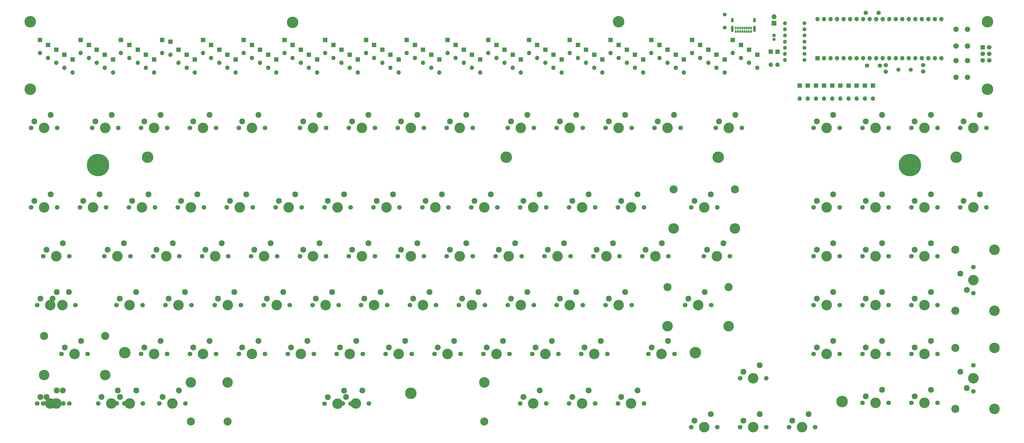
<source format=gbr>
%TF.GenerationSoftware,KiCad,Pcbnew,(5.1.6)-1*%
%TF.CreationDate,2020-06-23T22:52:40-07:00*%
%TF.ProjectId,factorium,66616374-6f72-4697-956d-2e6b69636164,rev?*%
%TF.SameCoordinates,Original*%
%TF.FileFunction,Soldermask,Bot*%
%TF.FilePolarity,Negative*%
%FSLAX46Y46*%
G04 Gerber Fmt 4.6, Leading zero omitted, Abs format (unit mm)*
G04 Created by KiCad (PCBNEW (5.1.6)-1) date 2020-06-23 22:52:40*
%MOMM*%
%LPD*%
G01*
G04 APERTURE LIST*
%ADD10C,8.700000*%
%ADD11C,4.500000*%
%ADD12C,1.800000*%
%ADD13C,4.100000*%
%ADD14C,2.300000*%
%ADD15C,3.150000*%
%ADD16O,1.700000X1.700000*%
%ADD17R,1.700000X1.700000*%
%ADD18C,3.148000*%
%ADD19C,4.087800*%
%ADD20C,2.100000*%
%ADD21C,1.700000*%
%ADD22C,1.300000*%
%ADD23R,1.300000X1.300000*%
%ADD24C,1.500000*%
%ADD25R,1.800000X1.800000*%
%ADD26R,1.900000X1.900000*%
%ADD27C,1.900000*%
%ADD28O,1.500000X1.500000*%
%ADD29O,1.000000X1.800000*%
%ADD30O,1.000000X2.500000*%
%ADD31O,0.750000X1.100000*%
%ADD32C,1.600000*%
G04 APERTURE END LIST*
D10*
%TO.C,REF\u002A\u002A*%
X51850600Y-210083400D03*
%TD*%
%TO.C,REF\u002A\u002A*%
X368080600Y-210083400D03*
%TD*%
D11*
%TO.C,REF\u002A\u002A*%
X341630000Y-302260000D03*
%TD*%
%TO.C,REF\u002A\u002A*%
X62230000Y-283210000D03*
%TD*%
%TO.C,REF\u002A\u002A*%
X284480000Y-283210000D03*
%TD*%
%TO.C,REF\u002A\u002A*%
X386080000Y-207010000D03*
%TD*%
%TO.C,REF\u002A\u002A*%
X293370000Y-207010000D03*
%TD*%
%TO.C,REF\u002A\u002A*%
X210820000Y-207010000D03*
%TD*%
%TO.C,REF\u002A\u002A*%
X71120000Y-207010000D03*
%TD*%
%TO.C,REF\u002A\u002A*%
X127635000Y-154421251D03*
%TD*%
%TO.C,REF\u002A\u002A*%
X254635000Y-154146250D03*
%TD*%
D12*
%TO.C,SW38*%
X102552500Y-245586250D03*
X92392500Y-245586250D03*
D13*
X97472500Y-245586250D03*
D14*
X93662500Y-243046250D03*
X100012500Y-240506250D03*
%TD*%
%TO.C,SW30*%
X290512500Y-221456250D03*
X284162500Y-223996250D03*
D13*
X287972500Y-226536250D03*
D12*
X282892500Y-226536250D03*
X293052500Y-226536250D03*
D13*
X299872500Y-234776250D03*
X276072500Y-234776250D03*
D15*
X276072500Y-219536250D03*
X299872500Y-219536250D03*
%TD*%
D16*
%TO.C,U1*%
X332041500Y-153193750D03*
X380301500Y-168433750D03*
X334581500Y-153193750D03*
X377761500Y-168433750D03*
X337121500Y-153193750D03*
X375221500Y-168433750D03*
X339661500Y-153193750D03*
X372681500Y-168433750D03*
X342201500Y-153193750D03*
X370141500Y-168433750D03*
X344741500Y-153193750D03*
X367601500Y-168433750D03*
X347281500Y-153193750D03*
X365061500Y-168433750D03*
X349821500Y-153193750D03*
X362521500Y-168433750D03*
X352361500Y-153193750D03*
X359981500Y-168433750D03*
X354901500Y-153193750D03*
X357441500Y-168433750D03*
X357441500Y-153193750D03*
X354901500Y-168433750D03*
X359981500Y-153193750D03*
X352361500Y-168433750D03*
X362521500Y-153193750D03*
X349821500Y-168433750D03*
X365061500Y-153193750D03*
X347281500Y-168433750D03*
X367601500Y-153193750D03*
X344741500Y-168433750D03*
X370141500Y-153193750D03*
X342201500Y-168433750D03*
X372681500Y-153193750D03*
X339661500Y-168433750D03*
X375221500Y-153193750D03*
X337121500Y-168433750D03*
X377761500Y-153193750D03*
X334581500Y-168433750D03*
X380301500Y-153193750D03*
D17*
X332041500Y-168433750D03*
%TD*%
D14*
%TO.C,SW95*%
X261977778Y-297963620D03*
X255627778Y-300503620D03*
D13*
X259437778Y-303043620D03*
D12*
X254357778Y-303043620D03*
X264517778Y-303043620D03*
%TD*%
D14*
%TO.C,SW94*%
X242922456Y-297973750D03*
X236572456Y-300513750D03*
D13*
X240382456Y-303053750D03*
D12*
X235302456Y-303053750D03*
X245462456Y-303053750D03*
%TD*%
D14*
%TO.C,SW93*%
X223867134Y-297963620D03*
X217517134Y-300503620D03*
D13*
X221327134Y-303043620D03*
D12*
X216247134Y-303043620D03*
X226407134Y-303043620D03*
%TD*%
D14*
%TO.C,SW9*%
X238125000Y-190500000D03*
X231775000Y-193040000D03*
D13*
X235585000Y-195580000D03*
D12*
X230505000Y-195580000D03*
X240665000Y-195580000D03*
%TD*%
D17*
%TO.C,D0*%
X29210000Y-161290000D03*
D16*
X29210000Y-166370000D03*
%TD*%
D17*
%TO.C,D16*%
X32385000Y-163195000D03*
D16*
X32385000Y-168275000D03*
%TD*%
D11*
%TO.C,REF\u002A\u002A*%
X25400000Y-180498750D03*
%TD*%
%TO.C,REF\u002A\u002A*%
X25400000Y-154146250D03*
%TD*%
%TO.C,REF\u002A\u002A*%
X398303750Y-154146250D03*
%TD*%
%TO.C,REF\u002A\u002A*%
X398303750Y-180498750D03*
%TD*%
D12*
%TO.C,SW87*%
X38258700Y-303043620D03*
X28098700Y-303043620D03*
D13*
X33178700Y-303043620D03*
D14*
X29368700Y-300503620D03*
X35718700Y-297963620D03*
%TD*%
D11*
%TO.C,REF\u002A\u002A*%
X173669595Y-299038110D03*
%TD*%
D18*
%TO.C,ST72*%
X87973823Y-310046640D03*
X202273823Y-310046640D03*
D19*
X87973823Y-294806640D03*
X202273823Y-294806640D03*
%TD*%
%TO.C,REF\u002A\u002A*%
X202267473Y-294806640D03*
X102267673Y-294806640D03*
D18*
X202267473Y-310046640D03*
X102267673Y-310046640D03*
%TD*%
D12*
%TO.C,SW92*%
X157321500Y-303053750D03*
X147161500Y-303053750D03*
D13*
X152241500Y-303053750D03*
D14*
X148431500Y-300513750D03*
X154781500Y-297973750D03*
%TD*%
D12*
%TO.C,SW91*%
X85883700Y-303043620D03*
X75723700Y-303043620D03*
D13*
X80803700Y-303043620D03*
D14*
X76993700Y-300503620D03*
X83343700Y-297963620D03*
%TD*%
D12*
%TO.C,SW88*%
X62071300Y-303053750D03*
X51911300Y-303053750D03*
D13*
X56991300Y-303053750D03*
D14*
X53181300Y-300513750D03*
X59531300Y-297973750D03*
%TD*%
D12*
%TO.C,SW102*%
X150203823Y-303061640D03*
X140043823Y-303061640D03*
D13*
X145123823Y-303061640D03*
D14*
X141313823Y-300521640D03*
X147663823Y-297981640D03*
%TD*%
%TO.C,SW90*%
X66699281Y-297969819D03*
X60349281Y-300509819D03*
D13*
X64159281Y-303049819D03*
D12*
X59079281Y-303049819D03*
X69239281Y-303049819D03*
%TD*%
D14*
%TO.C,SW86*%
X38099950Y-297963620D03*
X31749950Y-300503620D03*
D13*
X35559950Y-303043620D03*
D12*
X30479950Y-303043620D03*
X40639950Y-303043620D03*
%TD*%
%TO.C,SW103*%
X59690000Y-195580000D03*
X49530000Y-195580000D03*
D13*
X54610000Y-195580000D03*
D14*
X50800000Y-193040000D03*
X57150000Y-190500000D03*
%TD*%
D12*
%TO.C,SW100*%
X378777500Y-302736250D03*
X368617500Y-302736250D03*
D13*
X373697500Y-302736250D03*
D14*
X369887500Y-300196250D03*
X376237500Y-297656250D03*
%TD*%
D12*
%TO.C,SW99*%
X359727500Y-302736250D03*
X349567500Y-302736250D03*
D13*
X354647500Y-302736250D03*
D14*
X350837500Y-300196250D03*
X357187500Y-297656250D03*
%TD*%
D12*
%TO.C,SW98*%
X331152500Y-312261250D03*
X320992500Y-312261250D03*
D13*
X326072500Y-312261250D03*
D14*
X322262500Y-309721250D03*
X328612500Y-307181250D03*
%TD*%
D12*
%TO.C,SW97*%
X312102500Y-312261250D03*
X301942500Y-312261250D03*
D13*
X307022500Y-312261250D03*
D14*
X303212500Y-309721250D03*
X309562500Y-307181250D03*
%TD*%
%TO.C,SW96*%
X290512500Y-307181250D03*
X284162500Y-309721250D03*
D13*
X287972500Y-312261250D03*
D12*
X282892500Y-312261250D03*
X293052500Y-312261250D03*
%TD*%
D14*
%TO.C,SW85*%
X376237500Y-278606250D03*
X369887500Y-281146250D03*
D13*
X373697500Y-283686250D03*
D12*
X368617500Y-283686250D03*
X378777500Y-283686250D03*
%TD*%
%TO.C,SW84*%
X359727500Y-283686250D03*
X349567500Y-283686250D03*
D13*
X354647500Y-283686250D03*
D14*
X350837500Y-281146250D03*
X357187500Y-278606250D03*
%TD*%
D12*
%TO.C,SW83*%
X340677500Y-283686250D03*
X330517500Y-283686250D03*
D13*
X335597500Y-283686250D03*
D14*
X331787500Y-281146250D03*
X338137500Y-278606250D03*
%TD*%
D12*
%TO.C,SW82*%
X312102500Y-293211250D03*
X301942500Y-293211250D03*
D13*
X307022500Y-293211250D03*
D14*
X303212500Y-290671250D03*
X309562500Y-288131250D03*
%TD*%
D12*
%TO.C,SW80*%
X250190000Y-283686250D03*
X240030000Y-283686250D03*
D13*
X245110000Y-283686250D03*
D14*
X241300000Y-281146250D03*
X247650000Y-278606250D03*
%TD*%
D12*
%TO.C,SW79*%
X231140000Y-283686250D03*
X220980000Y-283686250D03*
D13*
X226060000Y-283686250D03*
D14*
X222250000Y-281146250D03*
X228600000Y-278606250D03*
%TD*%
D12*
%TO.C,SW78*%
X212090000Y-283686250D03*
X201930000Y-283686250D03*
D13*
X207010000Y-283686250D03*
D14*
X203200000Y-281146250D03*
X209550000Y-278606250D03*
%TD*%
D12*
%TO.C,SW77*%
X193040000Y-283686250D03*
X182880000Y-283686250D03*
D13*
X187960000Y-283686250D03*
D14*
X184150000Y-281146250D03*
X190500000Y-278606250D03*
%TD*%
D12*
%TO.C,SW76*%
X173990000Y-283686250D03*
X163830000Y-283686250D03*
D13*
X168910000Y-283686250D03*
D14*
X165100000Y-281146250D03*
X171450000Y-278606250D03*
%TD*%
D12*
%TO.C,SW75*%
X154940000Y-283686250D03*
X144780000Y-283686250D03*
D13*
X149860000Y-283686250D03*
D14*
X146050000Y-281146250D03*
X152400000Y-278606250D03*
%TD*%
D12*
%TO.C,SW74*%
X135890000Y-283686250D03*
X125730000Y-283686250D03*
D13*
X130810000Y-283686250D03*
D14*
X127000000Y-281146250D03*
X133350000Y-278606250D03*
%TD*%
%TO.C,SW73*%
X114300000Y-278606250D03*
X107950000Y-281146250D03*
D13*
X111760000Y-283686250D03*
D12*
X106680000Y-283686250D03*
X116840000Y-283686250D03*
%TD*%
%TO.C,SW72*%
X97790000Y-283686250D03*
X87630000Y-283686250D03*
D13*
X92710000Y-283686250D03*
D14*
X88900000Y-281146250D03*
X95250000Y-278606250D03*
%TD*%
%TO.C,SW71*%
X76200000Y-278606250D03*
X69850000Y-281146250D03*
D13*
X73660000Y-283686250D03*
D12*
X68580000Y-283686250D03*
X78740000Y-283686250D03*
%TD*%
%TO.C,SW68*%
X378777500Y-264636250D03*
X368617500Y-264636250D03*
D13*
X373697500Y-264636250D03*
D14*
X369887500Y-262096250D03*
X376237500Y-259556250D03*
%TD*%
D12*
%TO.C,SW67*%
X359727500Y-264636250D03*
X349567500Y-264636250D03*
D13*
X354647500Y-264636250D03*
D14*
X350837500Y-262096250D03*
X357187500Y-259556250D03*
%TD*%
%TO.C,SW66*%
X338137500Y-259556250D03*
X331787500Y-262096250D03*
D13*
X335597500Y-264636250D03*
D12*
X330517500Y-264636250D03*
X340677500Y-264636250D03*
%TD*%
D14*
%TO.C,SW64*%
X257175000Y-259556250D03*
X250825000Y-262096250D03*
D13*
X254635000Y-264636250D03*
D12*
X249555000Y-264636250D03*
X259715000Y-264636250D03*
%TD*%
D14*
%TO.C,SW63*%
X238125000Y-259556250D03*
X231775000Y-262096250D03*
D13*
X235585000Y-264636250D03*
D12*
X230505000Y-264636250D03*
X240665000Y-264636250D03*
%TD*%
%TO.C,SW62*%
X221615000Y-264636250D03*
X211455000Y-264636250D03*
D13*
X216535000Y-264636250D03*
D14*
X212725000Y-262096250D03*
X219075000Y-259556250D03*
%TD*%
%TO.C,SW61*%
X200025000Y-259556250D03*
X193675000Y-262096250D03*
D13*
X197485000Y-264636250D03*
D12*
X192405000Y-264636250D03*
X202565000Y-264636250D03*
%TD*%
D14*
%TO.C,SW60*%
X180975000Y-259556250D03*
X174625000Y-262096250D03*
D13*
X178435000Y-264636250D03*
D12*
X173355000Y-264636250D03*
X183515000Y-264636250D03*
%TD*%
%TO.C,SW59*%
X164465000Y-264636250D03*
X154305000Y-264636250D03*
D13*
X159385000Y-264636250D03*
D14*
X155575000Y-262096250D03*
X161925000Y-259556250D03*
%TD*%
%TO.C,SW58*%
X143033750Y-259556250D03*
X136683750Y-262096250D03*
D13*
X140493750Y-264636250D03*
D12*
X135413750Y-264636250D03*
X145573750Y-264636250D03*
%TD*%
D14*
%TO.C,SW57*%
X123983750Y-259556250D03*
X117633750Y-262096250D03*
D13*
X121443750Y-264636250D03*
D12*
X116363750Y-264636250D03*
X126523750Y-264636250D03*
%TD*%
D14*
%TO.C,SW56*%
X104933750Y-259556250D03*
X98583750Y-262096250D03*
D13*
X102393750Y-264636250D03*
D12*
X97313750Y-264636250D03*
X107473750Y-264636250D03*
%TD*%
D14*
%TO.C,SW55*%
X85725000Y-259556250D03*
X79375000Y-262096250D03*
D13*
X83185000Y-264636250D03*
D12*
X78105000Y-264636250D03*
X88265000Y-264636250D03*
%TD*%
D14*
%TO.C,SW54*%
X66675000Y-259556250D03*
X60325000Y-262096250D03*
D13*
X64135000Y-264636250D03*
D12*
X59055000Y-264636250D03*
X69215000Y-264636250D03*
%TD*%
%TO.C,SW51*%
X378777500Y-245586250D03*
X368617500Y-245586250D03*
D13*
X373697500Y-245586250D03*
D14*
X369887500Y-243046250D03*
X376237500Y-240506250D03*
%TD*%
%TO.C,SW50*%
X357187500Y-240506250D03*
X350837500Y-243046250D03*
D13*
X354647500Y-245586250D03*
D12*
X349567500Y-245586250D03*
X359727500Y-245586250D03*
%TD*%
D14*
%TO.C,SW49*%
X338137500Y-240506250D03*
X331787500Y-243046250D03*
D13*
X335597500Y-245586250D03*
D12*
X330517500Y-245586250D03*
X340677500Y-245586250D03*
%TD*%
D14*
%TO.C,SW47*%
X271462500Y-240506250D03*
X265112500Y-243046250D03*
D13*
X268922500Y-245586250D03*
D12*
X263842500Y-245586250D03*
X274002500Y-245586250D03*
%TD*%
D14*
%TO.C,SW46*%
X252412500Y-240506250D03*
X246062500Y-243046250D03*
D13*
X249872500Y-245586250D03*
D12*
X244792500Y-245586250D03*
X254952500Y-245586250D03*
%TD*%
D14*
%TO.C,SW45*%
X233362500Y-240506250D03*
X227012500Y-243046250D03*
D13*
X230822500Y-245586250D03*
D12*
X225742500Y-245586250D03*
X235902500Y-245586250D03*
%TD*%
D14*
%TO.C,SW44*%
X214312500Y-240506250D03*
X207962500Y-243046250D03*
D13*
X211772500Y-245586250D03*
D12*
X206692500Y-245586250D03*
X216852500Y-245586250D03*
%TD*%
D14*
%TO.C,SW43*%
X195262500Y-240506250D03*
X188912500Y-243046250D03*
D13*
X192722500Y-245586250D03*
D12*
X187642500Y-245586250D03*
X197802500Y-245586250D03*
%TD*%
%TO.C,SW42*%
X178752500Y-245586250D03*
X168592500Y-245586250D03*
D13*
X173672500Y-245586250D03*
D14*
X169862500Y-243046250D03*
X176212500Y-240506250D03*
%TD*%
%TO.C,SW41*%
X157162500Y-240506250D03*
X150812500Y-243046250D03*
D13*
X154622500Y-245586250D03*
D12*
X149542500Y-245586250D03*
X159702500Y-245586250D03*
%TD*%
%TO.C,SW40*%
X140652500Y-245586250D03*
X130492500Y-245586250D03*
D13*
X135572500Y-245586250D03*
D14*
X131762500Y-243046250D03*
X138112500Y-240506250D03*
%TD*%
D12*
%TO.C,SW39*%
X121602500Y-245586250D03*
X111442500Y-245586250D03*
D13*
X116522500Y-245586250D03*
D14*
X112712500Y-243046250D03*
X119062500Y-240506250D03*
%TD*%
%TO.C,SW37*%
X80962500Y-240506250D03*
X74612500Y-243046250D03*
D13*
X78422500Y-245586250D03*
D12*
X73342500Y-245586250D03*
X83502500Y-245586250D03*
%TD*%
%TO.C,SW36*%
X64452500Y-245586250D03*
X54292500Y-245586250D03*
D13*
X59372500Y-245586250D03*
D14*
X55562500Y-243046250D03*
X61912500Y-240506250D03*
%TD*%
%TO.C,SW34*%
X395287500Y-221456250D03*
X388937500Y-223996250D03*
D13*
X392747500Y-226536250D03*
D12*
X387667500Y-226536250D03*
X397827500Y-226536250D03*
%TD*%
%TO.C,SW33*%
X378777500Y-226536250D03*
X368617500Y-226536250D03*
D13*
X373697500Y-226536250D03*
D14*
X369887500Y-223996250D03*
X376237500Y-221456250D03*
%TD*%
%TO.C,SW32*%
X357187500Y-221456250D03*
X350837500Y-223996250D03*
D13*
X354647500Y-226536250D03*
D12*
X349567500Y-226536250D03*
X359727500Y-226536250D03*
%TD*%
%TO.C,SW31*%
X340677500Y-226536250D03*
X330517500Y-226536250D03*
D13*
X335597500Y-226536250D03*
D14*
X331787500Y-223996250D03*
X338137500Y-221456250D03*
%TD*%
D12*
%TO.C,SW29*%
X264477500Y-226536250D03*
X254317500Y-226536250D03*
D13*
X259397500Y-226536250D03*
D14*
X255587500Y-223996250D03*
X261937500Y-221456250D03*
%TD*%
D12*
%TO.C,SW28*%
X245427500Y-226536250D03*
X235267500Y-226536250D03*
D13*
X240347500Y-226536250D03*
D14*
X236537500Y-223996250D03*
X242887500Y-221456250D03*
%TD*%
%TO.C,SW27*%
X223837500Y-221456250D03*
X217487500Y-223996250D03*
D13*
X221297500Y-226536250D03*
D12*
X216217500Y-226536250D03*
X226377500Y-226536250D03*
%TD*%
D14*
%TO.C,SW26*%
X204787500Y-221456250D03*
X198437500Y-223996250D03*
D13*
X202247500Y-226536250D03*
D12*
X197167500Y-226536250D03*
X207327500Y-226536250D03*
%TD*%
%TO.C,SW25*%
X188277500Y-226536250D03*
X178117500Y-226536250D03*
D13*
X183197500Y-226536250D03*
D14*
X179387500Y-223996250D03*
X185737500Y-221456250D03*
%TD*%
D12*
%TO.C,SW24*%
X169227500Y-226536250D03*
X159067500Y-226536250D03*
D13*
X164147500Y-226536250D03*
D14*
X160337500Y-223996250D03*
X166687500Y-221456250D03*
%TD*%
%TO.C,SW23*%
X147637500Y-221456250D03*
X141287500Y-223996250D03*
D13*
X145097500Y-226536250D03*
D12*
X140017500Y-226536250D03*
X150177500Y-226536250D03*
%TD*%
D14*
%TO.C,SW22*%
X128587500Y-221456250D03*
X122237500Y-223996250D03*
D13*
X126047500Y-226536250D03*
D12*
X120967500Y-226536250D03*
X131127500Y-226536250D03*
%TD*%
D14*
%TO.C,SW21*%
X109537500Y-221456250D03*
X103187500Y-223996250D03*
D13*
X106997500Y-226536250D03*
D12*
X101917500Y-226536250D03*
X112077500Y-226536250D03*
%TD*%
D14*
%TO.C,SW20*%
X90487500Y-221456250D03*
X84137500Y-223996250D03*
D13*
X87947500Y-226536250D03*
D12*
X82867500Y-226536250D03*
X93027500Y-226536250D03*
%TD*%
%TO.C,SW19*%
X73977500Y-226536250D03*
X63817500Y-226536250D03*
D13*
X68897500Y-226536250D03*
D14*
X65087500Y-223996250D03*
X71437500Y-221456250D03*
%TD*%
D12*
%TO.C,SW18*%
X54927500Y-226536250D03*
X44767500Y-226536250D03*
D13*
X49847500Y-226536250D03*
D14*
X46037500Y-223996250D03*
X52387500Y-221456250D03*
%TD*%
D12*
%TO.C,SW17*%
X35877500Y-226536250D03*
X25717500Y-226536250D03*
D13*
X30797500Y-226536250D03*
D14*
X26987500Y-223996250D03*
X33337500Y-221456250D03*
%TD*%
D12*
%TO.C,SW16*%
X397827500Y-195580000D03*
X387667500Y-195580000D03*
D13*
X392747500Y-195580000D03*
D14*
X388937500Y-193040000D03*
X395287500Y-190500000D03*
%TD*%
D12*
%TO.C,SW15*%
X378777500Y-195580000D03*
X368617500Y-195580000D03*
D13*
X373697500Y-195580000D03*
D14*
X369887500Y-193040000D03*
X376237500Y-190500000D03*
%TD*%
%TO.C,SW14*%
X357187500Y-190500000D03*
X350837500Y-193040000D03*
D13*
X354647500Y-195580000D03*
D12*
X349567500Y-195580000D03*
X359727500Y-195580000D03*
%TD*%
%TO.C,SW13*%
X340677500Y-195580000D03*
X330517500Y-195580000D03*
D13*
X335597500Y-195580000D03*
D14*
X331787500Y-193040000D03*
X338137500Y-190500000D03*
%TD*%
%TO.C,SW12*%
X300037500Y-190500000D03*
X293687500Y-193040000D03*
D13*
X297497500Y-195580000D03*
D12*
X292417500Y-195580000D03*
X302577500Y-195580000D03*
%TD*%
D14*
%TO.C,SW11*%
X276225000Y-190500000D03*
X269875000Y-193040000D03*
D13*
X273685000Y-195580000D03*
D12*
X268605000Y-195580000D03*
X278765000Y-195580000D03*
%TD*%
D14*
%TO.C,SW10*%
X257175000Y-190500000D03*
X250825000Y-193040000D03*
D13*
X254635000Y-195580000D03*
D12*
X249555000Y-195580000D03*
X259715000Y-195580000D03*
%TD*%
%TO.C,SW8*%
X221615000Y-195580000D03*
X211455000Y-195580000D03*
D13*
X216535000Y-195580000D03*
D14*
X212725000Y-193040000D03*
X219075000Y-190500000D03*
%TD*%
D12*
%TO.C,SW7*%
X197802500Y-195580000D03*
X187642500Y-195580000D03*
D13*
X192722500Y-195580000D03*
D14*
X188912500Y-193040000D03*
X195262500Y-190500000D03*
%TD*%
%TO.C,SW6*%
X176212500Y-190500000D03*
X169862500Y-193040000D03*
D13*
X173672500Y-195580000D03*
D12*
X168592500Y-195580000D03*
X178752500Y-195580000D03*
%TD*%
D14*
%TO.C,SW5*%
X157162500Y-190500000D03*
X150812500Y-193040000D03*
D13*
X154622500Y-195580000D03*
D12*
X149542500Y-195580000D03*
X159702500Y-195580000D03*
%TD*%
%TO.C,SW4*%
X140652500Y-195580000D03*
X130492500Y-195580000D03*
D13*
X135572500Y-195580000D03*
D14*
X131762500Y-193040000D03*
X138112500Y-190500000D03*
%TD*%
%TO.C,SW3*%
X114300000Y-190500000D03*
X107950000Y-193040000D03*
D13*
X111760000Y-195580000D03*
D12*
X106680000Y-195580000D03*
X116840000Y-195580000D03*
%TD*%
%TO.C,SW2*%
X97790000Y-195580000D03*
X87630000Y-195580000D03*
D13*
X92710000Y-195580000D03*
D14*
X88900000Y-193040000D03*
X95250000Y-190500000D03*
%TD*%
%TO.C,SW1*%
X76200000Y-190500000D03*
X69850000Y-193040000D03*
D13*
X73660000Y-195580000D03*
D12*
X68580000Y-195580000D03*
X78740000Y-195580000D03*
%TD*%
D14*
%TO.C,SW0*%
X33337500Y-190500000D03*
X26987500Y-193040000D03*
D13*
X30797500Y-195580000D03*
D12*
X25717500Y-195580000D03*
X35877500Y-195580000D03*
%TD*%
D20*
%TO.C,BOOT1*%
X386025000Y-169331250D03*
X390525000Y-169331250D03*
X386025000Y-175831250D03*
X390525000Y-175831250D03*
%TD*%
D21*
%TO.C,C1*%
X373253000Y-173597000D03*
X373253000Y-171097000D03*
%TD*%
%TO.C,C2*%
X358648000Y-171109000D03*
X358648000Y-173609000D03*
%TD*%
D22*
%TO.C,C3*%
X315118750Y-161043750D03*
D23*
X315118750Y-159543750D03*
%TD*%
D21*
%TO.C,C4*%
X350837500Y-150670000D03*
X355837500Y-150670000D03*
%TD*%
%TO.C,C5*%
X351409000Y-171247000D03*
X356409000Y-171247000D03*
%TD*%
D16*
%TO.C,D1*%
X70485000Y-172085000D03*
D17*
X70485000Y-167005000D03*
%TD*%
%TO.C,D2*%
X86360000Y-167005000D03*
D16*
X86360000Y-172085000D03*
%TD*%
%TO.C,D3*%
X102235000Y-172085000D03*
D17*
X102235000Y-167005000D03*
%TD*%
%TO.C,D4*%
X118110000Y-167005000D03*
D16*
X118110000Y-172085000D03*
%TD*%
%TO.C,D5*%
X137160000Y-173990000D03*
D17*
X137160000Y-168910000D03*
%TD*%
%TO.C,D6*%
X153035000Y-168910000D03*
D16*
X153035000Y-173990000D03*
%TD*%
%TO.C,D7*%
X168910000Y-173990000D03*
D17*
X168910000Y-168910000D03*
%TD*%
D16*
%TO.C,D8*%
X187960000Y-166370000D03*
D17*
X187960000Y-161290000D03*
%TD*%
D16*
%TO.C,D9*%
X226060000Y-170180000D03*
D17*
X226060000Y-165100000D03*
%TD*%
D16*
%TO.C,D10*%
X238760000Y-168275000D03*
D17*
X238760000Y-163195000D03*
%TD*%
%TO.C,D11*%
X251460000Y-161290000D03*
D16*
X251460000Y-166370000D03*
%TD*%
%TO.C,D12*%
X344170000Y-184150000D03*
D17*
X344170000Y-179070000D03*
%TD*%
D16*
%TO.C,D13*%
X347345000Y-184150000D03*
D17*
X347345000Y-179070000D03*
%TD*%
%TO.C,D14*%
X350520000Y-179070000D03*
D16*
X350520000Y-184150000D03*
%TD*%
%TO.C,D15*%
X353695000Y-184150000D03*
D17*
X353695000Y-179070000D03*
%TD*%
%TO.C,D17*%
X54483000Y-167005000D03*
D16*
X54483000Y-172085000D03*
%TD*%
%TO.C,D18*%
X73660000Y-173990000D03*
D17*
X73660000Y-168910000D03*
%TD*%
D16*
%TO.C,D19*%
X89535000Y-173990000D03*
D17*
X89535000Y-168910000D03*
%TD*%
%TO.C,D20*%
X105410000Y-168910000D03*
D16*
X105410000Y-173990000D03*
%TD*%
%TO.C,D21*%
X121285000Y-173990000D03*
D17*
X121285000Y-168910000D03*
%TD*%
D16*
%TO.C,D22*%
X140335000Y-166370000D03*
D17*
X140335000Y-161290000D03*
%TD*%
%TO.C,D23*%
X156210000Y-161290000D03*
D16*
X156210000Y-166370000D03*
%TD*%
D17*
%TO.C,D24*%
X172085000Y-161290000D03*
D16*
X172085000Y-166370000D03*
%TD*%
D17*
%TO.C,D25*%
X191135000Y-163195000D03*
D16*
X191135000Y-168275000D03*
%TD*%
%TO.C,D26*%
X210185000Y-170180000D03*
D17*
X210185000Y-165100000D03*
%TD*%
D16*
%TO.C,D27*%
X229235000Y-172085000D03*
D17*
X229235000Y-167005000D03*
%TD*%
D16*
%TO.C,D28*%
X241935000Y-170180000D03*
D17*
X241935000Y-165100000D03*
%TD*%
%TO.C,D29*%
X254635000Y-163195000D03*
D16*
X254635000Y-168275000D03*
%TD*%
%TO.C,D30*%
X337820000Y-184150000D03*
D17*
X337820000Y-179070000D03*
%TD*%
D16*
%TO.C,D31*%
X334645000Y-184150000D03*
D17*
X334645000Y-179070000D03*
%TD*%
%TO.C,D32*%
X331470000Y-179070000D03*
D16*
X331470000Y-184150000D03*
%TD*%
%TO.C,D33*%
X35560000Y-170180000D03*
D17*
X35560000Y-165100000D03*
%TD*%
%TO.C,D34*%
X57658000Y-168910000D03*
D16*
X57658000Y-173990000D03*
%TD*%
D17*
%TO.C,D35*%
X76835000Y-161290000D03*
D16*
X76835000Y-166370000D03*
%TD*%
%TO.C,D36*%
X92710000Y-166370000D03*
D17*
X92710000Y-161290000D03*
%TD*%
%TO.C,D37*%
X108585000Y-161290000D03*
D16*
X108585000Y-166370000D03*
%TD*%
%TO.C,D38*%
X124460000Y-166370000D03*
D17*
X124460000Y-161290000D03*
%TD*%
%TO.C,D39*%
X143510000Y-163195000D03*
D16*
X143510000Y-168275000D03*
%TD*%
%TO.C,D40*%
X159385000Y-168275000D03*
D17*
X159385000Y-163195000D03*
%TD*%
%TO.C,D41*%
X175260000Y-163195000D03*
D16*
X175260000Y-168275000D03*
%TD*%
%TO.C,D42*%
X194310000Y-170180000D03*
D17*
X194310000Y-165100000D03*
%TD*%
D16*
%TO.C,D43*%
X213360000Y-172085000D03*
D17*
X213360000Y-167005000D03*
%TD*%
D16*
%TO.C,D44*%
X232410000Y-173990000D03*
D17*
X232410000Y-168910000D03*
%TD*%
%TO.C,D45*%
X245110000Y-167005000D03*
D16*
X245110000Y-172085000D03*
%TD*%
%TO.C,D46*%
X257810000Y-170180000D03*
D17*
X257810000Y-165100000D03*
%TD*%
%TO.C,D47*%
X325120000Y-179070000D03*
D16*
X325120000Y-184150000D03*
%TD*%
D17*
%TO.C,D48*%
X308610000Y-167005000D03*
D16*
X308610000Y-172085000D03*
%TD*%
D17*
%TO.C,D49*%
X51308000Y-165100000D03*
D16*
X51308000Y-170180000D03*
%TD*%
D17*
%TO.C,D50*%
X38735000Y-167005000D03*
D16*
X38735000Y-172085000D03*
%TD*%
D17*
%TO.C,D51*%
X184785000Y-168910000D03*
D16*
X184785000Y-173990000D03*
%TD*%
%TO.C,D52*%
X60706000Y-166370000D03*
D17*
X60706000Y-161290000D03*
%TD*%
D16*
%TO.C,D53*%
X80010000Y-167005000D03*
D17*
X80010000Y-161925000D03*
%TD*%
D16*
%TO.C,D54*%
X95885000Y-168275000D03*
D17*
X95885000Y-163195000D03*
%TD*%
%TO.C,D55*%
X111760000Y-163195000D03*
D16*
X111760000Y-168275000D03*
%TD*%
%TO.C,D56*%
X127635000Y-168275000D03*
D17*
X127635000Y-163195000D03*
%TD*%
%TO.C,D57*%
X146685000Y-165100000D03*
D16*
X146685000Y-170180000D03*
%TD*%
D17*
%TO.C,D58*%
X162560000Y-165100000D03*
D16*
X162560000Y-170180000D03*
%TD*%
%TO.C,D59*%
X178435000Y-170180000D03*
D17*
X178435000Y-165100000D03*
%TD*%
%TO.C,D60*%
X197485000Y-167005000D03*
D16*
X197485000Y-172085000D03*
%TD*%
D17*
%TO.C,D61*%
X216535000Y-168910000D03*
D16*
X216535000Y-173990000D03*
%TD*%
D17*
%TO.C,D62*%
X235585000Y-161290000D03*
D16*
X235585000Y-166370000D03*
%TD*%
D17*
%TO.C,D63*%
X260985000Y-167005000D03*
D16*
X260985000Y-172085000D03*
%TD*%
%TO.C,D64*%
X41910000Y-173990000D03*
D17*
X41910000Y-168910000D03*
%TD*%
D16*
%TO.C,D65*%
X64008000Y-168275000D03*
D17*
X64008000Y-163195000D03*
%TD*%
%TO.C,D66*%
X83185000Y-165100000D03*
D16*
X83185000Y-170180000D03*
%TD*%
D17*
%TO.C,D67*%
X99060000Y-165100000D03*
D16*
X99060000Y-170180000D03*
%TD*%
D17*
%TO.C,D68*%
X114935000Y-165100000D03*
D16*
X114935000Y-170180000D03*
%TD*%
D17*
%TO.C,D69*%
X130810000Y-165100000D03*
D16*
X130810000Y-170180000D03*
%TD*%
D17*
%TO.C,D70*%
X149860000Y-167005000D03*
D16*
X149860000Y-172085000D03*
%TD*%
D17*
%TO.C,D71*%
X165735000Y-167005000D03*
D16*
X165735000Y-172085000D03*
%TD*%
%TO.C,D72*%
X181610000Y-172085000D03*
D17*
X181610000Y-167005000D03*
%TD*%
%TO.C,D73*%
X200660000Y-168910000D03*
D16*
X200660000Y-173990000D03*
%TD*%
D17*
%TO.C,D74*%
X219710000Y-161290000D03*
D16*
X219710000Y-166370000D03*
%TD*%
D17*
%TO.C,D75*%
X248285000Y-168910000D03*
D16*
X248285000Y-173990000D03*
%TD*%
D17*
%TO.C,D76*%
X286385000Y-163195000D03*
D16*
X286385000Y-168275000D03*
%TD*%
D17*
%TO.C,D77*%
X45085000Y-161290000D03*
D16*
X45085000Y-166370000D03*
%TD*%
%TO.C,D78*%
X203835000Y-166370000D03*
D17*
X203835000Y-161290000D03*
%TD*%
%TO.C,D79*%
X48260000Y-163195000D03*
D16*
X48260000Y-168275000D03*
%TD*%
%TO.C,D80*%
X207010000Y-168275000D03*
D17*
X207010000Y-163195000D03*
%TD*%
%TO.C,D81*%
X67310000Y-165100000D03*
D16*
X67310000Y-170180000D03*
%TD*%
D17*
%TO.C,D82*%
X222885000Y-163195000D03*
D16*
X222885000Y-168275000D03*
%TD*%
%TO.C,D83*%
X133985000Y-172085000D03*
D17*
X133985000Y-167005000D03*
%TD*%
D16*
%TO.C,D84*%
X267335000Y-166370000D03*
D17*
X267335000Y-161290000D03*
%TD*%
D16*
%TO.C,D85*%
X264160000Y-173990000D03*
D17*
X264160000Y-168910000D03*
%TD*%
%TO.C,D86*%
X270510000Y-163195000D03*
D16*
X270510000Y-168275000D03*
%TD*%
%TO.C,D87*%
X340995000Y-184150000D03*
D17*
X340995000Y-179070000D03*
%TD*%
%TO.C,D88*%
X328295000Y-179070000D03*
D16*
X328295000Y-184150000D03*
%TD*%
%TO.C,D89*%
X305435000Y-170180000D03*
D17*
X305435000Y-165100000D03*
%TD*%
D16*
%TO.C,D90*%
X292735000Y-172085000D03*
D17*
X292735000Y-167005000D03*
%TD*%
D16*
%TO.C,D91*%
X273685000Y-170180000D03*
D17*
X273685000Y-165100000D03*
%TD*%
D16*
%TO.C,D92*%
X302260000Y-168275000D03*
D17*
X302260000Y-163195000D03*
%TD*%
%TO.C,D93*%
X289560000Y-165100000D03*
D16*
X289560000Y-170180000D03*
%TD*%
D17*
%TO.C,D94*%
X276860000Y-167005000D03*
D16*
X276860000Y-172085000D03*
%TD*%
D17*
%TO.C,D95*%
X316484000Y-165847500D03*
D16*
X316484000Y-170927500D03*
%TD*%
D17*
%TO.C,D96*%
X313917500Y-165847500D03*
D16*
X313917500Y-170927500D03*
%TD*%
D17*
%TO.C,D97*%
X299085000Y-161290000D03*
D16*
X299085000Y-166370000D03*
%TD*%
%TO.C,D98*%
X280035000Y-173990000D03*
D17*
X280035000Y-168910000D03*
%TD*%
D16*
%TO.C,D99*%
X295910000Y-173990000D03*
D17*
X295910000Y-168910000D03*
%TD*%
D16*
%TO.C,D100*%
X283210000Y-166370000D03*
D17*
X283210000Y-161290000D03*
%TD*%
D24*
%TO.C,F1*%
X295910000Y-156474000D03*
X295910000Y-151374000D03*
%TD*%
D12*
%TO.C,J1*%
X398938750Y-169227500D03*
X396398750Y-169227500D03*
X398938750Y-166687500D03*
X396398750Y-166687500D03*
X398938750Y-164147500D03*
D25*
X396398750Y-164147500D03*
%TD*%
D26*
%TO.C,LED1*%
X315118750Y-154781250D03*
D27*
X315118750Y-152241250D03*
%TD*%
D28*
%TO.C,R1*%
X319405000Y-159543750D03*
D24*
X327025000Y-159543750D03*
%TD*%
%TO.C,R2*%
X327025000Y-161925000D03*
D28*
X319405000Y-161925000D03*
%TD*%
%TO.C,R3*%
X319405000Y-164306250D03*
D24*
X327025000Y-164306250D03*
%TD*%
%TO.C,R4*%
X327025000Y-166687500D03*
D28*
X319405000Y-166687500D03*
%TD*%
%TO.C,R5*%
X319405000Y-169068750D03*
D24*
X327025000Y-169068750D03*
%TD*%
%TO.C,R6*%
X327025000Y-157162500D03*
D28*
X319405000Y-157162500D03*
%TD*%
%TO.C,R7*%
X319405000Y-154781250D03*
D24*
X327025000Y-154781250D03*
%TD*%
D20*
%TO.C,RESET1*%
X390525000Y-163662500D03*
X386025000Y-163662500D03*
X390525000Y-157162500D03*
X386025000Y-157162500D03*
%TD*%
D14*
%TO.C,SW35*%
X38100000Y-240506250D03*
X31750000Y-243046250D03*
D13*
X35560000Y-245586250D03*
D12*
X30480000Y-245586250D03*
X40640000Y-245586250D03*
%TD*%
%TO.C,SW48*%
X297973750Y-245586250D03*
X287813750Y-245586250D03*
D13*
X292893750Y-245586250D03*
D14*
X289083750Y-243046250D03*
X295433750Y-240506250D03*
%TD*%
D12*
%TO.C,SW52*%
X38258750Y-264636250D03*
X28098750Y-264636250D03*
D13*
X33178750Y-264636250D03*
D14*
X29368750Y-262096250D03*
X35718750Y-259556250D03*
%TD*%
%TO.C,SW53*%
X40481250Y-259556250D03*
X34131250Y-262096250D03*
D13*
X37941250Y-264636250D03*
D12*
X32861250Y-264636250D03*
X43021250Y-264636250D03*
%TD*%
D15*
%TO.C,SW65*%
X297491250Y-257636250D03*
X273691250Y-257636250D03*
D13*
X273691250Y-272876250D03*
X297491250Y-272876250D03*
D12*
X290671250Y-264636250D03*
X280511250Y-264636250D03*
D13*
X285591250Y-264636250D03*
D14*
X281781250Y-262096250D03*
X288131250Y-259556250D03*
%TD*%
D15*
%TO.C,SW69*%
X385747500Y-243052500D03*
X385747500Y-266852500D03*
D13*
X400987500Y-266852500D03*
X400987500Y-243052500D03*
D12*
X392747500Y-249872500D03*
X392747500Y-260032500D03*
D13*
X392747500Y-254952500D03*
D14*
X390207500Y-258762500D03*
X387667500Y-252412500D03*
%TD*%
%TO.C,SW70*%
X45243750Y-278606250D03*
X38893750Y-281146250D03*
D13*
X42703750Y-283686250D03*
D12*
X37623750Y-283686250D03*
X47783750Y-283686250D03*
D13*
X54603750Y-291926250D03*
X30803750Y-291926250D03*
D15*
X30803750Y-276686250D03*
X54603750Y-276686250D03*
%TD*%
D12*
%TO.C,SW81*%
X276383750Y-283686250D03*
X266223750Y-283686250D03*
D13*
X271303750Y-283686250D03*
D14*
X267493750Y-281146250D03*
X273843750Y-278606250D03*
%TD*%
%TO.C,SW101*%
X387667500Y-290671250D03*
X390207500Y-297021250D03*
D13*
X392747500Y-293211250D03*
D12*
X392747500Y-298291250D03*
X392747500Y-288131250D03*
D13*
X400987500Y-281311250D03*
X400987500Y-305111250D03*
D15*
X385747500Y-305111250D03*
X385747500Y-281311250D03*
%TD*%
D29*
%TO.C,USB1*%
X298887500Y-153595000D03*
X307537500Y-153595000D03*
D30*
X298887500Y-156975000D03*
X307537500Y-156975000D03*
D31*
X300232500Y-156630000D03*
X301082500Y-156630000D03*
X301932500Y-156630000D03*
X302782500Y-156630000D03*
X303632500Y-156630000D03*
X304482500Y-156630000D03*
X305332500Y-156630000D03*
X306187500Y-156630000D03*
X300237500Y-157955000D03*
X301087500Y-157955000D03*
X301937500Y-157955000D03*
X302787500Y-157955000D03*
X303637500Y-157955000D03*
X305337500Y-157955000D03*
X306187500Y-157955000D03*
X304487500Y-157955000D03*
%TD*%
D32*
%TO.C,Y1*%
X363547000Y-172847000D03*
X368427000Y-172847000D03*
%TD*%
M02*

</source>
